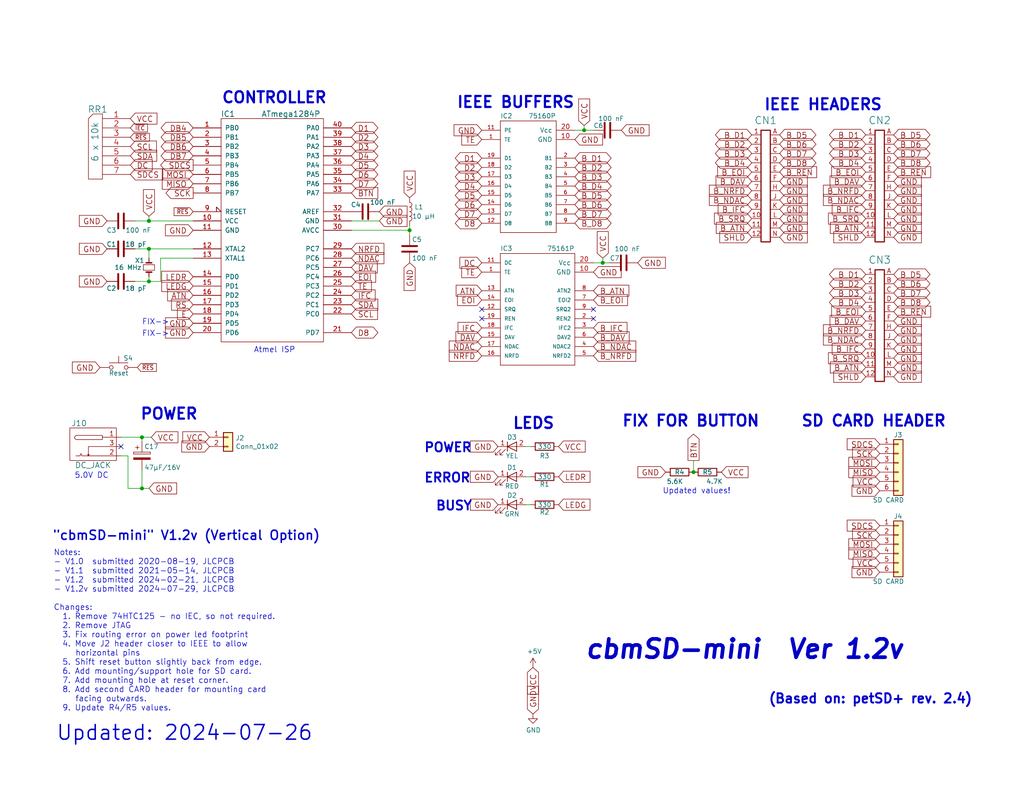
<source format=kicad_sch>
(kicad_sch (version 20231120) (generator "eeschema") (generator_version "8.0")
  (paper "A")
  (title_block (title "cbmSD-mini") (date "2024-07-26") (rev "1.2v") (company "Steve Gray, with thanks to Nils Eilers") (comment 1 "Schematic and PCB layout licensed under CC-BY-SA 4.0"))
  (junction (at 111.76 62.865))
  (junction (at 189.23 128.905))
  (junction (at 38.735 119.38))
  (junction (at 40.64 60.325))
  (junction (at 40.64 67.945))
  (junction (at 164.465 71.755))
  (junction (at 40.64 76.835))
  (junction (at 38.735 133.35))
  (junction (at 159.385 35.56))
  (no_connect (at 33.02 121.92))
  (no_connect (at 131.445 86.995))
  (no_connect (at 161.925 84.455))
  (no_connect (at 161.925 86.995))
  (no_connect (at 131.445 84.455))
  (wire (pts (xy 34.925 124.46) (xy 34.925 133.35)))
  (wire (pts (xy 144.78 130.175) (xy 143.51 130.175)))
  (wire (pts (xy 43.815 70.485) (xy 52.705 70.485)))
  (wire (pts (xy 36.83 76.835) (xy 40.64 76.835)))
  (wire (pts (xy 161.925 71.755) (xy 164.465 71.755)))
  (wire (pts (xy 38.735 128.27) (xy 38.735 133.35)))
  (wire (pts (xy 111.76 62.865) (xy 111.76 64.135)))
  (wire (pts (xy 40.64 75.565) (xy 40.64 76.835)))
  (wire (pts (xy 156.845 35.56) (xy 159.385 35.56)))
  (wire (pts (xy 111.76 61.595) (xy 111.76 62.865)))
  (wire (pts (xy 40.64 60.325) (xy 52.705 60.325)))
  (wire (pts (xy 164.465 70.485) (xy 164.465 71.755)))
  (wire (pts (xy 159.385 35.56) (xy 161.925 35.56)))
  (wire (pts (xy 159.385 34.29) (xy 159.385 35.56)))
  (wire (pts (xy 34.925 133.35) (xy 38.735 133.35)))
  (wire (pts (xy 33.02 119.38) (xy 38.735 119.38)))
  (wire (pts (xy 143.51 121.92) (xy 144.78 121.92)))
  (wire (pts (xy 40.64 76.835) (xy 43.815 76.835)))
  (wire (pts (xy 111.76 62.865) (xy 95.885 62.865)))
  (wire (pts (xy 144.78 137.795) (xy 143.51 137.795)))
  (wire (pts (xy 38.735 120.65) (xy 38.735 119.38)))
  (wire (pts (xy 40.64 67.945) (xy 40.64 70.485)))
  (wire (pts (xy 95.885 60.325) (xy 103.505 60.325)))
  (wire (pts (xy 189.23 125.73) (xy 189.23 128.905)))
  (wire (pts (xy 43.815 76.835) (xy 43.815 70.485)))
  (wire (pts (xy 40.64 59.055) (xy 40.64 60.325)))
  (wire (pts (xy 164.465 71.755) (xy 166.37 71.755)))
  (wire (pts (xy 40.64 133.35) (xy 38.735 133.35)))
  (wire (pts (xy 33.02 124.46) (xy 34.925 124.46)))
  (wire (pts (xy 40.64 67.945) (xy 52.705 67.945)))
  (wire (pts (xy 36.83 67.945) (xy 40.64 67.945)))
  (wire (pts (xy 36.83 60.325) (xy 40.64 60.325)))
  (wire (pts (xy 41.275 119.38) (xy 38.735 119.38)))
  (text "Updated values!" (at 180.7718 135.0264 0) (effects (font (size 1.524 1.524)) (justify left bottom)))
  (text "5.0V DC" (at 20.32 130.81 0) (effects (font (size 1.524 1.524)) (justify left bottom)))
  (text "BUSY" (at 118.745 139.7 0) (effects (font (size 2.4892 2.4892) (thickness 0.4978) (bold yes)) (justify left bottom)))
  (text "Notes:\n- V1.0  submitted 2020-08-19, JLCPCB\n- V1.1  submitted 2021-05-14, JLCPCB\n- V1.2  submitted 2024-02-21, JLCPCB\n- V1.2v submitted 2024-07-29, JLCPCB\n\nChanges:\n  1. Remove 74HTC125 - no IEC, so not required.\n  2. Remove JTAG\n  3. Fix routing error on power led footprint\n  4. Move J2 header closer to IEEE to allow\n     horizontal pins\n  5. Shift reset button slightly back from edge.\n  6. Add mounting/support hole for SD card.\n  7. Add mounting hole at reset corner.\n  8. Add second CARD header for mounting card\n     facing outwards.\n  9. Update R4/R5 values." (at 14.605 194.31 0) (effects (font (size 1.5494 1.5494)) (justify left bottom)))
  (text "Atmel ISP" (at 69.215 96.52 0) (effects (font (size 1.524 1.524)) (justify left bottom)))
  (text "\"cbmSD-mini\" V1.2v (Vertical Option)" (at 14.224 147.828 0) (effects (font (size 2.5 2.5) (thickness 0.4013) (bold yes)) (justify left bottom)))
  (text "FIX FOR BUTTON" (at 169.545 116.84 0) (effects (font (size 2.9972 2.9972) (thickness 0.5994) (bold yes)) (justify left bottom)))
  (text "SD CARD HEADER" (at 218.44 116.84 0) (effects (font (size 2.9972 2.9972) (thickness 0.5994) (bold yes)) (justify left bottom)))
  (text "cbmSD-mini  Ver 1.2v" (at 159.385 180.34 0) (effects (font (size 5.0038 5.0038) (thickness 1.0008) (bold yes) (italic yes)) (justify left bottom)))
  (text "CONTROLLER" (at 60.325 28.575 0) (effects (font (size 2.9972 2.9972) (thickness 0.5994) (bold yes)) (justify left bottom)))
  (text "IEEE HEADERS" (at 208.28 30.48 0) (effects (font (size 2.9972 2.9972) (thickness 0.5994) (bold yes)) (justify left bottom)))
  (text "(Based on: petSD+ rev. 2.4)" (at 209.55 192.405 0) (effects (font (size 2.54 2.54) (thickness 0.508) (bold yes)) (justify left bottom)))
  (text "FIX->" (at 38.735 88.9 0) (effects (font (size 1.524 1.524)) (justify left bottom)))
  (text "POWER" (at 115.57 123.825 0) (effects (font (size 2.4892 2.4892) (thickness 0.4978) (bold yes)) (justify left bottom)))
  (text "POWER" (at 38.1 114.935 0) (effects (font (size 2.9972 2.9972) (thickness 0.5994) (bold yes)) (justify left bottom)))
  (text "LEDS" (at 139.7 117.475 0) (effects (font (size 2.9972 2.9972) (thickness 0.5994) (bold yes)) (justify left bottom)))
  (text "ERROR" (at 115.57 132.08 0) (effects (font (size 2.4892 2.4892) (thickness 0.4978) (bold yes)) (justify left bottom)))
  (text "Updated: 2024-07-26" (at 15.24 202.565 0) (effects (font (size 4 4) (thickness 0.4013) (bold yes)) (justify left bottom)))
  (text "IEEE BUFFERS" (at 124.46 29.845 0) (effects (font (size 2.9972 2.9972) (thickness 0.5994) (bold yes)) (justify left bottom)))
  (text "FIX->" (at 38.735 92.075 0) (effects (font (size 1.524 1.524)) (justify left bottom)))
  (global_label "D7" (shape bidirectional) (at 131.445 58.42 180) (effects (font (size 1.524 1.524))) (property "Intersheetrefs" "${INTERSHEET_REFS}" (effects (hide yes))))
  (global_label "DAV" (shape input) (at 131.445 92.075 180) (effects (font (size 1.524 1.524))) (property "Intersheetrefs" "${INTERSHEET_REFS}" (effects (hide yes))))
  (global_label "B_ATN" (shape input) (at 236.22 62.23 180) (effects (font (size 1.524 1.524))) (property "Intersheetrefs" "${INTERSHEET_REFS}" (effects (hide yes))))
  (global_label "B_REN" (shape input) (at 243.84 85.09 0) (effects (font (size 1.524 1.524))) (property "Intersheetrefs" "${INTERSHEET_REFS}" (effects (hide yes))))
  (global_label "GND" (shape input) (at 135.89 130.175 180) (effects (font (size 1.524 1.524))) (property "Intersheetrefs" "${INTERSHEET_REFS}" (effects (hide yes))))
  (global_label "B_ATN" (shape input) (at 161.925 79.375 0) (effects (font (size 1.524 1.524))) (property "Intersheetrefs" "${INTERSHEET_REFS}" (effects (hide yes))))
  (global_label "GND" (shape input) (at 52.705 88.265 180) (effects (font (size 1.524 1.524))) (property "Intersheetrefs" "${INTERSHEET_REFS}" (effects (hide yes))))
  (global_label "GND" (shape input) (at 243.84 52.07 0) (effects (font (size 1.524 1.524))) (property "Intersheetrefs" "${INTERSHEET_REFS}" (effects (hide yes))))
  (global_label "GND" (shape input) (at 103.505 57.785 0) (effects (font (size 1.524 1.524))) (property "Intersheetrefs" "${INTERSHEET_REFS}" (effects (hide yes))))
  (global_label "B_D8" (shape bidirectional) (at 212.725 44.45 0) (effects (font (size 1.524 1.524))) (property "Intersheetrefs" "${INTERSHEET_REFS}" (effects (hide yes))))
  (global_label "SDCS" (shape input) (at 240.03 143.51 180) (effects (font (size 1.524 1.524))) (property "Intersheetrefs" "${INTERSHEET_REFS}" (effects (hide yes))))
  (global_label "GND" (shape input) (at 29.21 60.325 180) (effects (font (size 1.524 1.524))) (property "Intersheetrefs" "${INTERSHEET_REFS}" (effects (hide yes))))
  (global_label "GND" (shape input) (at 29.21 67.945 180) (effects (font (size 1.524 1.524))) (property "Intersheetrefs" "${INTERSHEET_REFS}" (effects (hide yes))))
  (global_label "B_D1" (shape bidirectional) (at 156.845 43.18 0) (effects (font (size 1.524 1.524))) (property "Intersheetrefs" "${INTERSHEET_REFS}" (effects (hide yes))))
  (global_label "RS" (shape input) (at 52.705 83.185 180) (effects (font (size 1.524 1.524))) (property "Intersheetrefs" "${INTERSHEET_REFS}" (effects (hide yes))))
  (global_label "B_NDAC" (shape input) (at 236.22 92.71 180) (effects (font (size 1.524 1.524))) (property "Intersheetrefs" "${INTERSHEET_REFS}" (effects (hide yes))))
  (global_label "TE" (shape input) (at 131.445 38.1 180) (effects (font (size 1.524 1.524))) (property "Intersheetrefs" "${INTERSHEET_REFS}" (effects (hide yes))))
  (global_label "B_D5" (shape bidirectional) (at 156.845 53.34 0) (effects (font (size 1.524 1.524))) (property "Intersheetrefs" "${INTERSHEET_REFS}" (effects (hide yes))))
  (global_label "GND" (shape input) (at 212.725 64.77 0) (effects (font (size 1.524 1.524))) (property "Intersheetrefs" "${INTERSHEET_REFS}" (effects (hide yes))))
  (global_label "B_EOI" (shape input) (at 161.925 81.915 0) (effects (font (size 1.524 1.524))) (property "Intersheetrefs" "${INTERSHEET_REFS}" (effects (hide yes))))
  (global_label "B_NRFD" (shape input) (at 161.925 97.155 0) (effects (font (size 1.524 1.524))) (property "Intersheetrefs" "${INTERSHEET_REFS}" (effects (hide yes))))
  (global_label "SDCS" (shape input) (at 240.03 121.285 180) (effects (font (size 1.524 1.524))) (property "Intersheetrefs" "${INTERSHEET_REFS}" (effects (hide yes))))
  (global_label "B_D4" (shape bidirectional) (at 236.22 82.55 180) (effects (font (size 1.524 1.524))) (property "Intersheetrefs" "${INTERSHEET_REFS}" (effects (hide yes))))
  (global_label "NDAC" (shape input) (at 95.885 70.485 0) (effects (font (size 1.524 1.524))) (property "Intersheetrefs" "${INTERSHEET_REFS}" (effects (hide yes))))
  (global_label "VCC" (shape input) (at 240.03 153.67 180) (effects (font (size 1.524 1.524))) (property "Intersheetrefs" "${INTERSHEET_REFS}" (effects (hide yes))))
  (global_label "B_DAV" (shape input) (at 236.22 49.53 180) (effects (font (size 1.524 1.524))) (property "Intersheetrefs" "${INTERSHEET_REFS}" (effects (hide yes))))
  (global_label "D2" (shape bidirectional) (at 131.445 45.72 180) (effects (font (size 1.524 1.524))) (property "Intersheetrefs" "${INTERSHEET_REFS}" (effects (hide yes))))
  (global_label "D4" (shape bidirectional) (at 95.885 42.545 0) (effects (font (size 1.524 1.524))) (property "Intersheetrefs" "${INTERSHEET_REFS}" (effects (hide yes))))
  (global_label "IFC" (shape input) (at 95.885 80.645 0) (effects (font (size 1.524 1.524))) (property "Intersheetrefs" "${INTERSHEET_REFS}" (effects (hide yes))))
  (global_label "B_IFC" (shape input) (at 236.22 57.15 180) (effects (font (size 1.524 1.524))) (property "Intersheetrefs" "${INTERSHEET_REFS}" (effects (hide yes))))
  (global_label "D6" (shape bidirectional) (at 131.445 55.88 180) (effects (font (size 1.524 1.524))) (property "Intersheetrefs" "${INTERSHEET_REFS}" (effects (hide yes))))
  (global_label "B_D2" (shape bidirectional) (at 236.22 39.37 180) (effects (font (size 1.524 1.524))) (property "Intersheetrefs" "${INTERSHEET_REFS}" (effects (hide yes))))
  (global_label "GND" (shape input) (at 243.84 59.69 0) (effects (font (size 1.524 1.524))) (property "Intersheetrefs" "${INTERSHEET_REFS}" (effects (hide yes))))
  (global_label "B_D7" (shape bidirectional) (at 243.84 80.01 0) (effects (font (size 1.524 1.524))) (property "Intersheetrefs" "${INTERSHEET_REFS}" (effects (hide yes))))
  (global_label "VCC" (shape input) (at 35.56 32.385 0) (effects (font (size 1.524 1.524))) (property "Intersheetrefs" "${INTERSHEET_REFS}" (effects (hide yes))))
  (global_label "GND" (shape input) (at 243.84 92.71 0) (effects (font (size 1.524 1.524))) (property "Intersheetrefs" "${INTERSHEET_REFS}" (effects (hide yes))))
  (global_label "D8" (shape bidirectional) (at 131.445 60.96 180) (effects (font (size 1.524 1.524))) (property "Intersheetrefs" "${INTERSHEET_REFS}" (effects (hide yes))))
  (global_label "GND" (shape input) (at 145.415 194.945 90) (effects (font (size 1.524 1.524))) (property "Intersheetrefs" "${INTERSHEET_REFS}" (effects (hide yes))))
  (global_label "SDCS" (shape output) (at 52.705 45.085 180) (effects (font (size 1.524 1.524))) (property "Intersheetrefs" "${INTERSHEET_REFS}" (effects (hide yes))))
  (global_label "GND" (shape input) (at 243.84 64.77 0) (effects (font (size 1.524 1.524))) (property "Intersheetrefs" "${INTERSHEET_REFS}" (effects (hide yes))))
  (global_label "EOI" (shape input) (at 131.445 81.915 180) (effects (font (size 1.524 1.524))) (property "Intersheetrefs" "${INTERSHEET_REFS}" (effects (hide yes))))
  (global_label "GND" (shape input) (at 243.84 95.25 0) (effects (font (size 1.524 1.524))) (property "Intersheetrefs" "${INTERSHEET_REFS}" (effects (hide yes))))
  (global_label "B_DAV" (shape input) (at 161.925 92.075 0) (effects (font (size 1.524 1.524))) (property "Intersheetrefs" "${INTERSHEET_REFS}" (effects (hide yes))))
  (global_label "ATN" (shape input) (at 131.445 79.375 180) (effects (font (size 1.524 1.524))) (property "Intersheetrefs" "${INTERSHEET_REFS}" (effects (hide yes))))
  (global_label "ATN" (shape input) (at 52.705 80.645 180) (effects (font (size 1.524 1.524))) (property "Intersheetrefs" "${INTERSHEET_REFS}" (effects (hide yes))))
  (global_label "B_SRQ" (shape input) (at 236.22 97.79 180) (effects (font (size 1.524 1.524))) (property "Intersheetrefs" "${INTERSHEET_REFS}" (effects (hide yes))))
  (global_label "NRFD" (shape input) (at 95.885 67.945 0) (effects (font (size 1.524 1.524))) (property "Intersheetrefs" "${INTERSHEET_REFS}" (effects (hide yes))))
  (global_label "B_D5" (shape bidirectional) (at 243.84 36.83 0) (effects (font (size 1.524 1.524))) (property "Intersheetrefs" "${INTERSHEET_REFS}" (effects (hide yes))))
  (global_label "B_D5" (shape bidirectional) (at 243.84 74.93 0) (effects (font (size 1.524 1.524))) (property "Intersheetrefs" "${INTERSHEET_REFS}" (effects (hide yes))))
  (global_label "B_IFC" (shape input) (at 236.22 95.25 180) (effects (font (size 1.524 1.524))) (property "Intersheetrefs" "${INTERSHEET_REFS}" (effects (hide yes))))
  (global_label "D3" (shape bidirectional) (at 95.885 40.005 0) (effects (font (size 1.524 1.524))) (property "Intersheetrefs" "${INTERSHEET_REFS}" (effects (hide yes))))
  (global_label "GND" (shape input) (at 131.445 35.56 180) (effects (font (size 1.524 1.524))) (property "Intersheetrefs" "${INTERSHEET_REFS}" (effects (hide yes))))
  (global_label "B_ATN" (shape input) (at 205.105 62.23 180) (effects (font (size 1.524 1.524))) (property "Intersheetrefs" "${INTERSHEET_REFS}" (effects (hide yes))))
  (global_label "GND" (shape input) (at 212.725 59.69 0) (effects (font (size 1.524 1.524))) (property "Intersheetrefs" "${INTERSHEET_REFS}" (effects (hide yes))))
  (global_label "VCC" (shape input) (at 145.415 182.245 270) (effects (font (size 1.524 1.524))) (property "Intersheetrefs" "${INTERSHEET_REFS}" (effects (hide yes))))
  (global_label "B_D7" (shape bidirectional) (at 243.84 41.91 0) (effects (font (size 1.524 1.524))) (property "Intersheetrefs" "${INTERSHEET_REFS}" (effects (hide yes))))
  (global_label "GND" (shape input) (at 57.15 121.92 180) (effects (font (size 1.524 1.524))) (property "Intersheetrefs" "${INTERSHEET_REFS}" (effects (hide yes))))
  (global_label "GND" (shape input) (at 240.03 156.21 180) (effects (font (size 1.524 1.524))) (property "Intersheetrefs" "${INTERSHEET_REFS}" (effects (hide yes))))
  (global_label "D4" (shape bidirectional) (at 131.445 50.8 180) (effects (font (size 1.524 1.524))) (property "Intersheetrefs" "${INTERSHEET_REFS}" (effects (hide yes))))
  (global_label "B_NRFD" (shape input) (at 236.22 52.07 180) (effects (font (size 1.524 1.524))) (property "Intersheetrefs" "${INTERSHEET_REFS}" (effects (hide yes))))
  (global_label "DC" (shape input) (at 35.56 45.085 0) (effects (font (size 1.524 1.524))) (property "Intersheetrefs" "${INTERSHEET_REFS}" (effects (hide yes))))
  (global_label "GND" (shape input) (at 212.725 49.53 0) (effects (font (size 1.524 1.524))) (property "Intersheetrefs" "${INTERSHEET_REFS}" (effects (hide yes))))
  (global_label "B_D2" (shape bidirectional) (at 205.105 39.37 180) (effects (font (size 1.524 1.524))) (property "Intersheetrefs" "${INTERSHEET_REFS}" (effects (hide yes))))
  (global_label "SCL" (shape input) (at 35.56 40.005 0) (effects (font (size 1.524 1.524))) (property "Intersheetrefs" "${INTERSHEET_REFS}" (effects (hide yes))))
  (global_label "LEDR" (shape input) (at 52.705 75.565 180) (effects (font (size 1.524 1.524))) (property "Intersheetrefs" "${INTERSHEET_REFS}" (effects (hide yes))))
  (global_label "B_D2" (shape bidirectional) (at 236.22 77.47 180) (effects (font (size 1.524 1.524))) (property "Intersheetrefs" "${INTERSHEET_REFS}" (effects (hide yes))))
  (global_label "GND" (shape input) (at 156.845 38.1 0) (effects (font (size 1.524 1.524))) (property "Intersheetrefs" "${INTERSHEET_REFS}" (effects (hide yes))))
  (global_label "LEDG" (shape input) (at 152.4 137.795 0) (effects (font (size 1.524 1.524))) (property "Intersheetrefs" "${INTERSHEET_REFS}" (effects (hide yes))))
  (global_label "B_ATN" (shape input) (at 236.22 100.33 180) (effects (font (size 1.524 1.524))) (property "Intersheetrefs" "${INTERSHEET_REFS}" (effects (hide yes))))
  (global_label "TE" (shape input) (at 131.445 74.295 180) (effects (font (size 1.524 1.524))) (property "Intersheetrefs" "${INTERSHEET_REFS}" (effects (hide yes))))
  (global_label "D5" (shape bidirectional) (at 131.445 53.34 180) (effects (font (size 1.524 1.524))) (property "Intersheetrefs" "${INTERSHEET_REFS}" (effects (hide yes))))
  (global_label "SCL" (shape input) (at 95.885 85.725 0) (effects (font (size 1.524 1.524))) (property "Intersheetrefs" "${INTERSHEET_REFS}" (effects (hide yes))))
  (global_label "IFC" (shape input) (at 131.445 89.535 180) (effects (font (size 1.524 1.524))) (property "Intersheetrefs" "${INTERSHEET_REFS}" (effects (hide yes))))
  (global_label "EOI" (shape input) (at 95.885 75.565 0) (effects (font (size 1.524 1.524))) (property "Intersheetrefs" "${INTERSHEET_REFS}" (effects (hide yes))))
  (global_label "B_NDAC" (shape input) (at 161.925 94.615 0) (effects (font (size 1.524 1.524))) (property "Intersheetrefs" "${INTERSHEET_REFS}" (effects (hide yes))))
  (global_label "LEDR" (shape input) (at 152.4 130.175 0) (effects (font (size 1.524 1.524))) (property "Intersheetrefs" "${INTERSHEET_REFS}" (effects (hide yes))))
  (global_label "SHLD" (shape input) (at 205.105 64.77 180) (effects (font (size 1.524 1.524))) (property "Intersheetrefs" "${INTERSHEET_REFS}" (effects (hide yes))))
  (global_label "GND" (shape input) (at 212.725 54.61 0) (effects (font (size 1.524 1.524))) (property "Intersheetrefs" "${INTERSHEET_REFS}" (effects (hide yes))))
  (global_label "B_D7" (shape bidirectional) (at 212.725 41.91 0) (effects (font (size 1.524 1.524))) (property "Intersheetrefs" "${INTERSHEET_REFS}" (effects (hide yes))))
  (global_label "GND" (shape input) (at 243.84 87.63 0) (effects (font (size 1.524 1.524))) (property "Intersheetrefs" "${INTERSHEET_REFS}" (effects (hide yes))))
  (global_label "GND" (shape input) (at 52.705 90.805 180) (effects (font (size 1.524 1.524))) (property "Intersheetrefs" "${INTERSHEET_REFS}" (effects (hide yes))))
  (global_label "VCC" (shape input) (at 164.465 70.485 90) (effects (font (size 1.524 1.524))) (property "Intersheetrefs" "${INTERSHEET_REFS}" (effects (hide yes))))
  (global_label "B_IFC" (shape input) (at 205.105 57.15 180) (effects (font (size 1.524 1.524))) (property "Intersheetrefs" "${INTERSHEET_REFS}" (effects (hide yes))))
  (global_label "B_DAV" (shape input) (at 236.22 87.63 180) (effects (font (size 1.524 1.524))) (property "Intersheetrefs" "${INTERSHEET_REFS}" (effects (hide yes))))
  (global_label "GND" (shape input) (at 103.505 60.325 0) (effects (font (size 1.524 1.524))) (property "Intersheetrefs" "${INTERSHEET_REFS}" (effects (hide yes))))
  (global_label "GND" (shape input) (at 212.725 57.15 0) (effects (font (size 1.524 1.524))) (property "Intersheetrefs" "${INTERSHEET_REFS}" (effects (hide yes))))
  (global_label "GND" (shape input) (at 135.89 121.92 180) (effects (font (size 1.524 1.524))) (property "Intersheetrefs" "${INTERSHEET_REFS}" (effects (hide yes))))
  (global_label "MISO" (shape input) (at 52.705 50.165 180) (effects (font (size 1.524 1.524))) (property "Intersheetrefs" "${INTERSHEET_REFS}" (effects (hide yes))))
  (global_label "~{RES}" (shape input) (at 52.705 57.785 180) (effects (font (size 1.0922 1.0922))) (property "Intersheetrefs" "${INTERSHEET_REFS}" (effects (hide yes))))
  (global_label "B_EOI" (shape input) (at 236.22 46.99 180) (effects (font (size 1.524 1.524))) (property "Intersheetrefs" "${INTERSHEET_REFS}" (effects (hide yes))))
  (global_label "GND" (shape input) (at 169.545 35.56 0) (effects (font (size 1.524 1.524))) (property "Intersheetrefs" "${INTERSHEET_REFS}" (effects (hide yes))))
  (global_label "NRFD" (shape input) (at 131.445 97.155 180) (effects (font (size 1.524 1.524))) (property "Intersheetrefs" "${INTERSHEET_REFS}" (effects (hide yes))))
  (global_label "VCC" (shape input) (at 41.275 119.38 0) (effects (font (size 1.524 1.524))) (property "Intersheetrefs" "${INTERSHEET_REFS}" (effects (hide yes))))
  (global_label "D1" (shape bidirectional) (at 95.885 34.925 0) (effects (font (size 1.524 1.524))) (property "Intersheetrefs" "${INTERSHEET_REFS}" (effects (hide yes))))
  (global_label "GND" (shape input) (at 240.03 133.985 180) (effects (font (size 1.524 1.524))) (property "Intersheetrefs" "${INTERSHEET_REFS}" (effects (hide yes))))
  (global_label "~{IEC}" (shape input) (at 35.56 34.925 0) (effects (font (size 1.0922 1.0922))) (property "Intersheetrefs" "${INTERSHEET_REFS}" (effects (hide yes))))
  (global_label "SCK" (shape output) (at 52.705 52.705 180) (effects (font (size 1.524 1.524))) (property "Intersheetrefs" "${INTERSHEET_REFS}" (effects (hide yes))))
  (global_label "B_D4" (shape bidirectional) (at 156.845 50.8 0) (effects (font (size 1.524 1.524))) (property "Intersheetrefs" "${INTERSHEET_REFS}" (effects (hide yes))))
  (global_label "VCC" (shape input) (at 240.03 131.445 180) (effects (font (size 1.524 1.524))) (property "Intersheetrefs" "${INTERSHEET_REFS}" (effects (hide yes))))
  (global_label "D5" (shape bidirectional) (at 95.885 45.085 0) (effects (font (size 1.524 1.524))) (property "Intersheetrefs" "${INTERSHEET_REFS}" (effects (hide yes))))
  (global_label "GND" (shape input) (at 212.725 62.23 0) (effects (font (size 1.524 1.524))) (property "Intersheetrefs" "${INTERSHEET_REFS}" (effects (hide yes))))
  (global_label "B_REN" (shape input) (at 212.725 46.99 0) (effects (font (size 1.524 1.524))) (property "Intersheetrefs" "${INTERSHEET_REFS}" (effects (hide yes))))
  (global_label "B_D6" (shape bidirectional) (at 156.845 55.88 0) (effects (font (size 1.524 1.524))) (property "Intersheetrefs" "${INTERSHEET_REFS}" (effects (hide yes))))
  (global_label "D1" (shape bidirectional) (at 131.445 43.18 180) (effects (font (size 1.524 1.524))) (property "Intersheetrefs" "${INTERSHEET_REFS}" (effects (hide yes))))
  (global_label "SCK" (shape input) (at 240.03 146.05 180) (effects (font (size 1.524 1.524))) (property "Intersheetrefs" "${INTERSHEET_REFS}" (effects (hide yes))))
  (global_label "BTN" (shape output) (at 189.23 125.73 90) (effects (font (size 1.524 1.524))) (property "Intersheetrefs" "${INTERSHEET_REFS}" (effects (hide yes))))
  (global_label "DB6" (shape bidirectional) (at 52.705 40.005 180) (effects (font (size 1.524 1.524))) (property "Intersheetrefs" "${INTERSHEET_REFS}" (effects (hide yes))))
  (global_label "SCK" (shape input) (at 240.03 123.825 180) (effects (font (size 1.524 1.524))) (property "Intersheetrefs" "${INTERSHEET_REFS}" (effects (hide yes))))
  (global_label "B_IFC" (shape input) (at 161.925 89.535 0) (effects (font (size 1.524 1.524))) (property "Intersheetrefs" "${INTERSHEET_REFS}" (effects (hide yes))))
  (global_label "VCC" (shape input) (at 57.15 119.38 180) (effects (font (size 1.524 1.524))) (property "Intersheetrefs" "${INTERSHEET_REFS}" (effects (hide yes))))
  (global_label "E" (shape input) (at 52.705 85.725 180) (effects (font (size 1.524 1.524))) (property "Intersheetrefs" "${INTERSHEET_REFS}" (effects (hide yes))))
  (global_label "D6" (shape bidirectional) (at 95.885 47.625 0) (effects (font (size 1.524 1.524))) (property "Intersheetrefs" "${INTERSHEET_REFS}" (effects (hide yes))))
  (global_label "MOSI" (shape input) (at 240.03 126.365 180) (effects (font (size 1.524 1.524))) (property "Intersheetrefs" "${INTERSHEET_REFS}" (effects (hide yes))))
  (global_label "GND" (shape input) (at 212.725 52.07 0) (effects (font (size 1.524 1.524))) (property "Intersheetrefs" "${INTERSHEET_REFS}" (effects (hide yes))))
  (global_label "B_D8" (shape bidirectional) (at 156.845 60.96 0) (effects (font (size 1.524 1.524))) (property "Intersheetrefs" "${INTERSHEET_REFS}" (effects (hide yes))))
  (global_label "SDA" (shape input) (at 35.56 42.545 0) (effects (font (size 1.524 1.524))) (property "Intersheetrefs" "${INTERSHEET_REFS}" (effects (hide yes))))
  (global_label "D3" (shape bidirectional) (at 131.445 48.26 180) (effects (font (size 1.524 1.524))) (property "Intersheetrefs" "${INTERSHEET_REFS}" (effects (hide yes))))
  (global_label "B_EOI" (shape input) (at 205.105 46.99 180) (effects (font (size 1.524 1.524))) (property "Intersheetrefs" "${INTERSHEET_REFS}" (effects (hide yes))))
  (global_label "B_D4" (shape bidirectional) (at 205.105 44.45 180) (effects (font (size 1.524 1.524))) (property "Intersheetrefs" "${INTERSHEET_REFS}" (effects (hide yes))))
  (global_label "GND" (shape input) (at 243.84 90.17 0) (effects (font (size 1.524 1.524))) (property "Intersheetrefs" "${INTERSHEET_REFS}" (effects (hide yes))))
  (global_label "GND" (shape input) (at 29.21 76.835 180) (effects (font (size 1.524 1.524))) (property "Intersheetrefs" "${INTERSHEET_REFS}" (effects (hide yes))))
  (global_label "GND" (shape input) (at 111.76 71.755 270) (effects (font (size 1.524 1.524))) (property "Intersheetrefs" "${INTERSHEET_REFS}" (effects (hide yes))))
  (global_label "GND" (shape input) (at 243.84 54.61 0) (effects (font (size 1.524 1.524))) (property "Intersheetrefs" "${INTERSHEET_REFS}" (effects (hide yes))))
  (global_label "SHLD" (shape input) (at 236.22 102.87 180) (effects (font (size 1.524 1.524))) (property "Intersheetrefs" "${INTERSHEET_REFS}" (effects (hide yes))))
  (global_label "DC" (shape input) (at 131.445 71.755 180) (effects (font (size 1.524 1.524))) (property "Intersheetrefs" "${INTERSHEET_REFS}" (effects (hide yes))))
  (global_label "BTN" (shape input) (at 95.885 52.705 0) (effects (font (size 1.524 1.524))) (property "Intersheetrefs" "${INTERSHEET_REFS}" (effects (hide yes))))
  (global_label "B_D3" (shape bidirectional) (at 236.22 80.01 180) (effects (font (size 1.524 1.524))) (property "Intersheetrefs" "${INTERSHEET_REFS}" (effects (hide yes))))
  (global_label "DB7" (shape bidirectional) (at 52.705 42.545 180) (effects (font (size 1.524 1.524))) (property "Intersheetrefs" "${INTERSHEET_REFS}" (effects (hide yes))))
  (global_label "B_D6" (shape bidirectional) (at 243.84 39.37 0) (effects (font (size 1.524 1.524))) (property "Intersheetrefs" "${INTERSHEET_REFS}" (effects (hide yes))))
  (global_label "B_D1" (shape bidirectional) (at 236.22 74.93 180) (effects (font (size 1.524 1.524))) (property "Intersheetrefs" "${INTERSHEET_REFS}" (effects (hide yes))))
  (global_label "B_D6" (shape bidirectional) (at 212.725 39.37 0) (effects (font (size 1.524 1.524))) (property "Intersheetrefs" "${INTERSHEET_REFS}" (effects (hide yes))))
  (global_label "B_SRQ" (shape input) (at 205.105 59.69 180) (effects (font (size 1.524 1.524))) (property "Intersheetrefs" "${INTERSHEET_REFS}" (effects (hide yes))))
  (global_label "DAV" (shape input) (at 95.885 73.025 0) (effects (font (size 1.524 1.524))) (property "Intersheetrefs" "${INTERSHEET_REFS}" (effects (hide yes))))
  (global_label "B_EOI" (shape input) (at 236.22 85.09 180) (effects (font (size 1.524 1.524))) (property "Intersheetrefs" "${INTERSHEET_REFS}" (effects (hide yes))))
  (global_label "GND" (shape input) (at 243.84 49.53 0) (effects (font (size 1.524 1.524))) (property "Intersheetrefs" "${INTERSHEET_REFS}" (effects (hide yes))))
  (global_label "B_D3" (shape bidirectional) (at 236.22 41.91 180) (effects (font (size 1.524 1.524))) (property "Intersheetrefs" "${INTERSHEET_REFS}" (effects (hide yes))))
  (global_label "MOSI" (shape input) (at 240.03 148.59 180) (effects (font (size 1.524 1.524))) (property "Intersheetrefs" "${INTERSHEET_REFS}" (effects (hide yes))))
  (global_label "MISO" (shape input) (at 240.03 128.905 180) (effects (font (size 1.524 1.524))) (property "Intersheetrefs" "${INTERSHEET_REFS}" (effects (hide yes))))
  (global_label "B_D1" (shape bidirectional) (at 205.105 36.83 180) (effects (font (size 1.524 1.524))) (property "Intersheetrefs" "${INTERSHEET_REFS}" (effects (hide yes))))
  (global_label "~{RES}" (shape input) (at 35.56 37.465 0) (effects (font (size 1.0922 1.0922))) (property "Intersheetrefs" "${INTERSHEET_REFS}" (effects (hide yes))))
  (global_label "VCC" (shape input) (at 196.85 128.905 0) (effects (font (size 1.524 1.524))) (property "Intersheetrefs" "${INTERSHEET_REFS}" (effects (hide yes))))
  (global_label "GND" (shape input) (at 243.84 100.33 0) (effects (font (size 1.524 1.524))) (property "Intersheetrefs" "${INTERSHEET_REFS}" (effects (hide yes))))
  (global_label "MISO" (shape input) (at 240.03 151.13 180) (effects (font (size 1.524 1.524))) (property "Intersheetrefs" "${INTERSHEET_REFS}" (effects (hide yes))))
  (global_label "D2" (shape bidirectional) (at 95.885 37.465 0) (effects (font (size 1.524 1.524))) (property "Intersheetrefs" "${INTERSHEET_REFS}" (effects (hide yes))))
  (global_label "GND" (shape input) (at 161.925 74.295 0) (effects (font (size 1.524 1.524))) (property "Intersheetrefs" "${INTERSHEET_REFS}" (effects (hide yes))))
  (global_label "GND" (shape input) (at 243.84 97.79 0) (effects (font (size 1.524 1.524))) (property "Intersheetrefs" "${INTERSHEET_REFS}" (effects (hide yes))))
  (global_label "VCC" (shape input) (at 111.76 53.975 90) (effects (font (size 1.524 1.524))) (property "Intersheetrefs" "${INTERSHEET_REFS}" (effects (hide yes))))
  (global_label "GND" (shape input) (at 40.64 133.35 0) (effects (font (size 1.524 1.524))) (property "Intersheetrefs" "${INTERSHEET_REFS}" (effects (hide yes))))
  (global_label "D8" (shape bidirectional) (at 95.885 90.805 0) (effects (font (size 1.524 1.524))) (property "Intersheetrefs" "${INTERSHEET_REFS}" (effects (hide yes))))
  (global_label "GND" (shape input) (at 52.705 62.865 180) (effects (font (size 1.524 1.524))) (property "Intersheetrefs" "${INTERSHEET_REFS}" (effects (hide yes))))
  (global_label "GND" (shape input) (at 173.99 71.755 0) (effects (font (size 1.524 1.524))) (property "Intersheetrefs" "${INTERSHEET_REFS}" (effects (hide yes))))
  (global_label "B_D6" (shape bidirectional) (at 243.84 77.47 0) (effects (font (size 1.524 1.524))) (property "Intersheetrefs" "${INTERSHEET_REFS}" (effects (hide yes))))
  (global_label "B_NDAC" (shape input) (at 205.105 54.61 180) (effects (font (size 1.524 1.524))) (property "Intersheetrefs" "${INTERSHEET_REFS}" (effects (hide yes))))
  (global_label "B_D7" (shape bidirectional) (at 156.845 58.42 0) (effects (font (size 1.524 1.524))) (property "Intersheetrefs" "${INTERSHEET_REFS}" (effects (hide yes))))
  (global_label "B_D3" (shape bidirectional) (at 156.845 48.26 0) (effects (font (size 1.524 1.524))) (property "Intersheetrefs" "${INTERSHEET_REFS}" (effects (hide yes))))
  (global_label "LEDG" (shape input) (at 52.705 78.105 180) (effects (font (size 1.524 1.524))) (property "Intersheetrefs" "${INTERSHEET_REFS}" (effects (hide yes))))
  (global_label "GND" (shape input) (at 243.84 57.15 0) (effects (font (size 1.524 1.524))) (property "Intersheetrefs" "${INTERSHEET_REFS}" (effects (hide yes))))
  (global_label "B_D8" (shape bidirectional) (at 243.84 44.45 0) (effects (font (size 1.524 1.524))) (property "Intersheetrefs" "${INTERSHEET_REFS}" (effects (hide yes))))
  (global_label "B_D2" (shape bidirectional) (at 156.845 45.72 0) (effects (font (size 1.524 1.524))) (property "Intersheetrefs" "${INTERSHEET_REFS}" (effects (hide yes))))
  (global_label "NDAC" (shape input) (at 131.445 94.615 180) (effects (font (size 1.524 1.524))) (property "Intersheetrefs" "${INTERSHEET_REFS}" (effects (hide yes))))
  (global_label "GND" (shape input) (at 27.305 100.33 180) (effects (font (size 1.524 1.524))) (property "Intersheetrefs" "${INTERSHEET_REFS}" (effects (hide yes))))
  (global_label "VCC" (shape input) (at 40.64 59.055 90) (effects (font (size 1.524 1.524))) (property "Intersheetrefs" "${INTERSHEET_REFS}" (effects (hide yes))))
  (global_label "SDCS" (shape input) (at 35.56 47.625 0) (effects (font (size 1.524 1.524))) (property "Intersheetrefs" "${INTERSHEET_REFS}" (effects (hide yes))))
  (global_label "B_D1" (shape bidirectional) (at 236.22 36.83 180) (effects (font (size 1.524 1.524))) (property "Intersheetrefs" "${INTERSHEET_REFS}" (effects (hide yes))))
  (global_label "SDA" (shape input) (at 95.885 83.185 0) (effects (font (size 1.524 1.524))) (property "Intersheetrefs" "${INTERSHEET_REFS}" (effects (hide yes))))
  (global_label "B_REN" (shape input) (at 243.84 46.99 0) (effects (font (size 1.524 1.524))) (property "Intersheetrefs" "${INTERSHEET_REFS}" (effects (hide yes))))
  (global_label "B_NDAC" (shape input) (at 236.22 54.61 180) (effects (font (size 1.524 1.524))) (property "Intersheetrefs" "${INTERSHEET_REFS}" (effects (hide yes))))
  (global_label "B_SRQ" (shape input) (at 236.22 59.69 180) (effects (font (size 1.524 1.524))) (property "Intersheetrefs" "${INTERSHEET_REFS}" (effects (hide yes))))
  (global_label "B_D5" (shape bidirectional) (at 212.725 36.83 0) (effects (font (size 1.524 1.524))) (property "Intersheetrefs" "${INTERSHEET_REFS}" (effects (hide yes))))
  (global_label "SHLD" (shape input) (at 236.22 64.77 180) (effects (font (size 1.524 1.524))) (property "Intersheetrefs" "${INTERSHEET_REFS}" (effects (hide yes))))
  (global_label "GND" (shape input) (at 181.61 128.905 180) (effects (font (size 1.524 1.524))) (property "Intersheetrefs" "${INTERSHEET_REFS}" (effects (hide yes))))
  (global_label "B_D3" (shape bidirectional) (at 205.105 41.91 180) (effects (font (size 1.524 1.524))) (property "Intersheetrefs" "${INTERSHEET_REFS}" (effects (hide yes))))
  (global_label "GND" (shape input) (at 243.84 102.87 0) (effects (font (size 1.524 1.524))) (property "Intersheetrefs" "${INTERSHEET_REFS}" (effects (hide yes))))
  (global_label "D7" (shape bidirectional) (at 95.885 50.165 0) (effects (font (size 1.524 1.524))) (property "Intersheetrefs" "${INTERSHEET_REFS}" (effects (hide yes))))
  (global_label "GND" (shape input) (at 243.84 62.23 0) (effects (font (size 1.524 1.524))) (property "Intersheetrefs" "${INTERSHEET_REFS}" (effects (hide yes))))
  (global_label "DB4" (shape bidirectional) (at 52.705 34.925 180) (effects (font (size 1.524 1.524))) (property "Intersheetrefs" "${INTERSHEET_REFS}" (effects (hide yes))))
  (global_label "~{RES}" (shape input) (at 37.465 100.33 0) (effects (font (size 1.0922 1.0922))) (property "Intersheetrefs" "${INTERSHEET_REFS}" (effects (hide yes))))
  (global_label "GND" (shape input) (at 135.89 137.795 180) (effects (font (size 1.524 1.524))) (property "Intersheetrefs" "${INTERSHEET_REFS}" (effects (hide yes))))
  (global_label "DB5" (shape bidirectional) (at 52.705 37.465 180) (effects (font (size 1.524 1.524))) (property "Intersheetrefs" "${INTERSHEET_REFS}" (effects (hide yes))))
  (global_label "VCC" (shape input) (at 152.4 121.92 0) (effects (font (size 1.524 1.524))) (property "Intersheetrefs" "${INTERSHEET_REFS}" (effects (hide yes))))
  (global_label "B_NRFD" (shape input) (at 205.105 52.07 180) (effects (font (size 1.524 1.524))) (property "Intersheetrefs" "${INTERSHEET_REFS}" (effects (hide yes))))
  (global_label "B_NRFD" (shape input) (at 236.22 90.17 180) (effects (font (size 1.524 1.524))) (property "Intersheetrefs" "${INTERSHEET_REFS}" (effects (hide yes))))
  (global_label "B_D4" (shape bidirectional) (at 236.22 44.45 180) (effects (font (size 1.524 1.524))) (property "Intersheetrefs" "${INTERSHEET_REFS}" (effects (hide yes))))
  (global_label "VCC" (shape input) (at 159.385 34.29 90) (effects (font (size 1.524 1.524))) (property "Intersheetrefs" "${INTERSHEET_REFS}" (effects (hide yes))))
  (global_label "TE" (shape input) (at 95.885 78.105 0) (effects (font (size 1.524 1.524))) (property "Intersheetrefs" "${INTERSHEET_REFS}" (effects (hide yes))))
  (global_label "B_DAV" (shape input) (at 205.105 49.53 180) (effects (font (size 1.524 1.524))) (property "Intersheetrefs" "${INTERSHEET_REFS}" (effects (hide yes))))
  (global_label "B_D8" (shape bidirectional) (at 243.84 82.55 0) (effects (font (size 1.524 1.524))) (property "Intersheetrefs" "${INTERSHEET_REFS}" (effects (hide yes))))
  (global_label "MOSI" (shape input) (at 52.705 47.625 180) (effects (font (size 1.524 1.524))) (property "Intersheetrefs" "${INTERSHEET_REFS}" (effects (hide yes))))
  (symbol (lib_id "CBM-SD-rescue:M644-psdp24-rescue") (at 74.295 61.595 0) (unit 1)
    (property "Reference" "IC1" (at 62.23 31.115 0) (effects (font (size 1.524 1.524))))
    (property "Value" "ATmega1284P" (at 79.375 31.115 0) (effects (font (size 1.524 1.524))))
    (property "Footprint" "Package_DIP:DIP-40_W15.24mm" (effects (hide yes)))
  )
  (symbol (lib_id "CBM-SD-rescue:75160P-psdp24-rescue") (at 144.145 45.72 0) (unit 1)
    (property "Reference" "IC2" (at 136.525 32.385 0) (effects (justify left bottom)))
    (property "Value" "75160P" (at 144.145 32.385 0) (effects (justify left bottom)))
    (property "Footprint" "Package_DIP:DIP-20_W7.62mm" (effects (hide yes)))
  )
  (symbol (lib_id "CBM-SD-rescue:75161P-psdp24-rescue") (at 146.685 84.455 0) (unit 1)
    (property "Reference" "IC3" (at 136.525 68.58 0) (effects (justify left bottom)))
    (property "Value" "75161P" (at 149.225 68.58 0) (effects (justify left bottom)))
    (property "Footprint" "Package_DIP:DIP-20_W7.62mm" (effects (hide yes)))
  )
  (symbol (lib_id "CBM-SD-rescue:DC_JACK-psdp24-rescue") (at 27.94 121.92 0) (unit 1)
    (property "Reference" "J10" (at 21.59 115.57 0) (effects (font (size 1.524 1.524))))
    (property "Value" "DC_JACK" (at 25.4 127 0) (effects (font (size 1.524 1.524))))
    (property "Footprint" "Connector_BarrelJack:BarrelJack_Horizontal" (effects (hide yes)))
  )
  (symbol (lib_id "CBM-SD-rescue:Crystal_Small-psdp24-rescue") (at 40.64 73.025 90) (unit 1)
    (property "Reference" "X1" (at 38.1 71.12 90))
    (property "Value" "16 MHz" (at 34.925 73.025 90))
    (property "Footprint" "Crystal:Crystal_HC49-4H_Vertical" (effects (hide yes)))
  )
  (symbol (lib_id "CBM-SD-rescue:LED-psdp24-rescue") (at 139.7 137.795 0) (unit 1)
    (property "Reference" "D2" (at 139.7 135.255 0))
    (property "Value" "GRN" (at 139.7 140.335 0))
    (property "Footprint" "LED_THT:LED_D3.0mm_Clear" (effects (hide yes)))
  )
  (symbol (lib_id "CBM-SD-rescue:C-psdp24-rescue") (at 33.02 60.325 90) (unit 1)
    (property "Reference" "C3" (at 31.75 62.865 90) (effects (justify left)))
    (property "Value" "100 nF" (at 41.275 62.865 90) (effects (justify left)))
    (property "Footprint" "Capacitor_THT:C_Disc_D3.8mm_W2.6mm_P2.50mm" (effects (hide yes)))
  )
  (symbol (lib_id "CBM-SD-rescue:SW_Push-psdp24-rescue") (at 32.385 100.33 0) (unit 1)
    (property "Reference" "S4" (at 33.655 97.79 0) (effects (justify left)))
    (property "Value" "Reset" (at 32.385 101.854 0))
    (property "Footprint" "Button_Switch_THT:SW_Tactile_SKHH_Angled" (effects (hide yes)))
  )
  (symbol (lib_id "CBM-SD-rescue:C-psdp24-rescue") (at 33.02 67.945 90) (unit 1)
    (property "Reference" "C1" (at 31.75 66.675 90) (effects (justify left)))
    (property "Value" "18 pF" (at 40.005 66.675 90) (effects (justify left)))
    (property "Footprint" "Capacitor_THT:C_Disc_D3.8mm_W2.6mm_P2.50mm" (effects (hide yes)))
  )
  (symbol (lib_id "CBM-SD-rescue:C-psdp24-rescue") (at 33.02 76.835 90) (unit 1)
    (property "Reference" "C2" (at 31.75 78.74 90) (effects (justify left)))
    (property "Value" "18 pF" (at 40.005 78.74 90) (effects (justify left)))
    (property "Footprint" "Capacitor_THT:C_Disc_D3.8mm_W2.6mm_P2.50mm" (effects (hide yes)))
  )
  (symbol (lib_id "CBM-SD-rescue:C-psdp24-rescue") (at 99.695 57.785 90) (unit 1)
    (property "Reference" "C4" (at 98.425 55.88 90) (effects (justify left)))
    (property "Value" "100 nF" (at 107.95 55.245 90) (effects (justify left)))
    (property "Footprint" "Capacitor_THT:C_Disc_D3.8mm_W2.6mm_P2.50mm" (effects (hide yes)))
  )
  (symbol (lib_id "CBM-SD-rescue:L-psdp24-rescue") (at 111.76 57.785 0) (unit 1)
    (property "Reference" "L1" (at 114.3 56.515 0))
    (property "Value" "10 µH" (at 115.57 59.055 0))
    (property "Footprint" "Inductor_THT:L_Axial_L7.0mm_D3.3mm_P10.16mm_Horizontal_Fastron_MICC" (effects (hide yes)))
  )
  (symbol (lib_id "CBM-SD-rescue:C-psdp24-rescue") (at 111.76 67.945 0) (unit 1)
    (property "Reference" "C5" (at 112.395 65.405 0) (effects (justify left)))
    (property "Value" "100 nF" (at 112.395 70.485 0) (effects (justify left)))
    (property "Footprint" "Capacitor_THT:C_Disc_D3.8mm_W2.6mm_P2.50mm" (effects (hide yes)))
  )
  (symbol (lib_id "CBM-SD-rescue:C-psdp24-rescue") (at 165.735 35.56 270) (unit 1)
    (property "Reference" "C6" (at 161.925 34.29 90) (effects (justify left)))
    (property "Value" "100 nF" (at 163.195 32.385 90) (effects (justify left)))
    (property "Footprint" "Capacitor_THT:C_Disc_D3.8mm_W2.6mm_P2.50mm" (effects (hide yes)))
  )
  (symbol (lib_id "CBM-SD-rescue:C-psdp24-rescue") (at 170.18 71.755 270) (unit 1)
    (property "Reference" "C7" (at 166.37 70.485 90) (effects (justify left)))
    (property "Value" "100 nF" (at 167.64 67.945 90) (effects (justify left)))
    (property "Footprint" "Capacitor_THT:C_Disc_D3.8mm_W2.6mm_P2.50mm" (effects (hide yes)))
  )
  (symbol (lib_id "CBM-SD-rescue:RR6-psdp24-rescue") (at 26.67 43.815 0) (mirror y) (unit 1)
    (property "Reference" "RR1" (at 26.67 29.845 0) (effects (font (size 1.778 1.778))))
    (property "Value" "6 x 10k" (at 25.908 38.735 90) (effects (font (size 1.778 1.778))))
    (property "Footprint" "Resistor_THT:R_Array_SIP7" (effects (hide yes)))
  )
  (symbol (lib_id "CBM-SD-rescue:R-psdp24-rescue") (at 148.59 130.175 270) (unit 1)
    (property "Reference" "R1" (at 148.59 132.207 90))
    (property "Value" "330" (at 148.59 130.175 90))
    (property "Footprint" "Resistor_THT:R_Axial_DIN0207_L6.3mm_D2.5mm_P10.16mm_Horizontal" (effects (hide yes)))
  )
  (symbol (lib_id "CBM-SD-rescue:LED-psdp24-rescue") (at 139.7 130.175 0) (unit 1)
    (property "Reference" "D1" (at 139.7 127.635 0))
    (property "Value" "RED" (at 139.7 132.715 0))
    (property "Footprint" "LED_THT:LED_D3.0mm_Clear" (effects (hide yes)))
  )
  (symbol (lib_id "CBM-SD-rescue:R-psdp24-rescue") (at 148.59 137.795 270) (unit 1)
    (property "Reference" "R2" (at 148.59 139.827 90))
    (property "Value" "330" (at 148.59 137.795 90))
    (property "Footprint" "Resistor_THT:R_Axial_DIN0207_L6.3mm_D2.5mm_P10.16mm_Horizontal" (effects (hide yes)))
  )
  (symbol (lib_id "CBM-SD-rescue:CP-psdp24-rescue") (at 38.735 124.46 0) (unit 1)
    (property "Reference" "C17" (at 39.37 121.92 0) (effects (justify left)))
    (property "Value" "47µF/16V" (at 39.37 127.635 0) (effects (justify left)))
    (property "Footprint" "Capacitor_THT:CP_Radial_D6.3mm_P2.50mm" (effects (hide yes)))
  )
  (symbol (lib_id "CBM-SD-rescue:LED-psdp24-rescue") (at 139.7 121.92 0) (unit 1)
    (property "Reference" "D3" (at 139.7 119.38 0))
    (property "Value" "YEL" (at 139.7 124.46 0))
    (property "Footprint" "LED_THT:LED_D3.0mm_Clear" (effects (hide yes)))
  )
  (symbol (lib_id "CBM-SD-rescue:R-psdp24-rescue") (at 148.59 121.92 90) (unit 1)
    (property "Reference" "R3" (at 148.59 124.46 90))
    (property "Value" "330" (at 148.59 121.92 90))
    (property "Footprint" "Resistor_THT:R_Axial_DIN0207_L6.3mm_D2.5mm_P10.16mm_Horizontal" (effects (hide yes)))
  )
  (symbol (lib_id "cbm:EDGE_CON_02x12") (at 240.03 50.8 0) (unit 1)
    (property "Reference" "CN2" (at 240.03 32.8676 0) (effects (font (size 2.0066 2.0066))))
    (property "Value" "EDGE_CON_02x12" (effects (hide yes)))
    (property "Footprint" "cbmSD:EDGE_CON_24P" (effects (hide yes)))
  )
  (symbol (lib_id "Connector_Generic:Conn_01x06") (at 245.11 126.365 0) (unit 1)
    (property "Reference" "J3" (at 243.84 118.745 0) (effects (justify left)))
    (property "Value" "SD CARD" (at 238.125 136.525 0) (effects (justify left)))
    (property "Footprint" "Connector_PinHeader_2.54mm:PinHeader_1x06_P2.54mm_Vertical" (effects (hide yes)))
  )
  (symbol (lib_id "Connector_Generic:Conn_01x02") (at 62.23 119.38 0) (unit 1)
    (property "Reference" "J2" (at 64.262 119.5832 0) (effects (justify left)))
    (property "Value" "Conn_01x02" (at 64.262 121.8946 0) (effects (justify left)))
    (property "Footprint" "Connector_PinHeader_2.54mm:PinHeader_1x02_P2.54mm_Vertical" (effects (hide yes)))
  )
  (symbol (lib_id "cbm:EDGE_CON_02x12") (at 208.915 50.8 0) (unit 1)
    (property "Reference" "CN1" (at 208.915 32.8676 0) (effects (font (size 2.0066 2.0066))))
    (property "Value" "EDGE_CON_02x12" (effects (hide yes)))
    (property "Footprint" "cbmSD:EDGE_CON_24P" (effects (hide yes)))
  )
  (symbol (lib_id "CBM-SD-rescue:R-psdp24-rescue") (at 185.42 128.905 270) (unit 1)
    (property "Reference" "R4" (at 185.42 128.905 90))
    (property "Value" "5.6K" (at 184.15 131.445 90))
    (property "Footprint" "Resistor_THT:R_Axial_DIN0207_L6.3mm_D2.5mm_P10.16mm_Horizontal" (effects (hide yes)))
  )
  (symbol (lib_id "CBM-SD-rescue:R-psdp24-rescue") (at 193.04 128.905 270) (unit 1)
    (property "Reference" "R5" (at 193.04 128.905 90))
    (property "Value" "4.7K" (at 194.945 131.445 90))
    (property "Footprint" "Resistor_THT:R_Axial_DIN0207_L6.3mm_D2.5mm_P10.16mm_Horizontal" (effects (hide yes)))
  )
  (symbol (lib_id "power:GND") (at 145.415 194.945 0) (unit 1)
    (property "Reference" "#PWR0101" (effects (hide yes)))
    (property "Value" "GND" (at 145.542 199.3392 0))
  )
  (symbol (lib_id "power:+5V") (at 145.415 182.245 0) (unit 1)
    (property "Reference" "#PWR0102" (effects (hide yes)))
    (property "Value" "+5V" (at 145.796 177.8508 0))
  )
  (symbol (lib_id "cbm:EDGE_CON_02x12") (at 240.03 88.9 0) (unit 1)
    (property "Reference" "CN3" (at 240.03 70.9676 0) (effects (font (size 2.0066 2.0066))))
    (property "Value" "EDGE_CON_02x12" (effects (hide yes)))
    (property "Footprint" "eilers4:EDGE_02x12-VERTICAL_THT" (effects (hide yes)))
  )
  (symbol (lib_id "Connector_Generic:Conn_01x06") (at 245.11 148.59 0) (unit 1)
    (property "Reference" "J4" (at 243.84 140.97 0) (effects (justify left)))
    (property "Value" "SD CARD" (at 238.125 158.75 0) (effects (justify left)))
    (property "Footprint" "Connector_PinHeader_2.54mm:PinHeader_1x06_P2.54mm_Vertical" (effects (hide yes)))
  )
)
</source>
